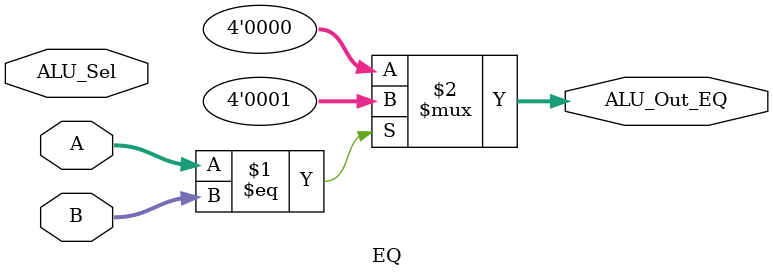
<source format=v>
module EQ(output [3:0] ALU_Out_EQ,input [3:0] A, input [3:0] B,input [3:0] ALU_Sel);
assign ALU_Out_EQ = (A==B)?4'd1:4'd0 ;
endmodule

</source>
